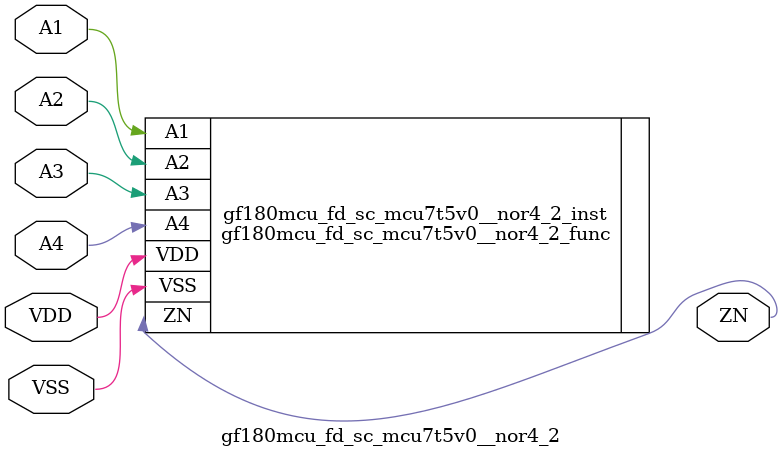
<source format=v>

module gf180mcu_fd_sc_mcu7t5v0__nor4_2( A4, A3, ZN, A2, A1, VDD, VSS );
input A1, A2, A3, A4;
inout VDD, VSS;
output ZN;

   `ifdef FUNCTIONAL  //  functional //

	gf180mcu_fd_sc_mcu7t5v0__nor4_2_func gf180mcu_fd_sc_mcu7t5v0__nor4_2_behav_inst(.A4(A4),.A3(A3),.ZN(ZN),.A2(A2),.A1(A1),.VDD(VDD),.VSS(VSS));

   `else

	gf180mcu_fd_sc_mcu7t5v0__nor4_2_func gf180mcu_fd_sc_mcu7t5v0__nor4_2_inst(.A4(A4),.A3(A3),.ZN(ZN),.A2(A2),.A1(A1),.VDD(VDD),.VSS(VSS));

	// spec_gates_begin


	// spec_gates_end



   specify

	// specify_block_begin

	// comb arc A1 --> ZN
	 (A1 => ZN) = (1.0,1.0);

	// comb arc A2 --> ZN
	 (A2 => ZN) = (1.0,1.0);

	// comb arc A3 --> ZN
	 (A3 => ZN) = (1.0,1.0);

	// comb arc A4 --> ZN
	 (A4 => ZN) = (1.0,1.0);

	// specify_block_end

   endspecify

   `endif

endmodule

</source>
